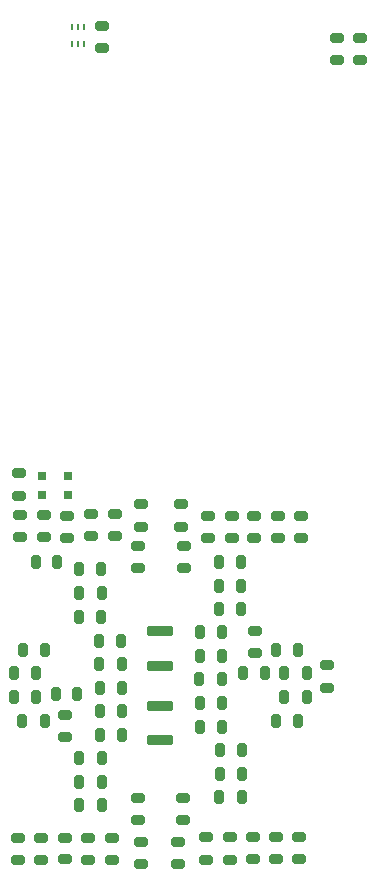
<source format=gbp>
G04 #@! TF.GenerationSoftware,KiCad,Pcbnew,8.0.1-8.0.1-1~ubuntu22.04.1*
G04 #@! TF.CreationDate,2024-04-30T21:46:32+02:00*
G04 #@! TF.ProjectId,qaxe,71617865-2e6b-4696-9361-645f70636258,rev?*
G04 #@! TF.SameCoordinates,Original*
G04 #@! TF.FileFunction,Paste,Bot*
G04 #@! TF.FilePolarity,Positive*
%FSLAX46Y46*%
G04 Gerber Fmt 4.6, Leading zero omitted, Abs format (unit mm)*
G04 Created by KiCad (PCBNEW 8.0.1-8.0.1-1~ubuntu22.04.1) date 2024-04-30 21:46:32*
%MOMM*%
%LPD*%
G01*
G04 APERTURE LIST*
G04 Aperture macros list*
%AMRoundRect*
0 Rectangle with rounded corners*
0 $1 Rounding radius*
0 $2 $3 $4 $5 $6 $7 $8 $9 X,Y pos of 4 corners*
0 Add a 4 corners polygon primitive as box body*
4,1,4,$2,$3,$4,$5,$6,$7,$8,$9,$2,$3,0*
0 Add four circle primitives for the rounded corners*
1,1,$1+$1,$2,$3*
1,1,$1+$1,$4,$5*
1,1,$1+$1,$6,$7*
1,1,$1+$1,$8,$9*
0 Add four rect primitives between the rounded corners*
20,1,$1+$1,$2,$3,$4,$5,0*
20,1,$1+$1,$4,$5,$6,$7,0*
20,1,$1+$1,$6,$7,$8,$9,0*
20,1,$1+$1,$8,$9,$2,$3,0*%
G04 Aperture macros list end*
%ADD10RoundRect,0.200000X0.200000X0.380000X-0.200000X0.380000X-0.200000X-0.380000X0.200000X-0.380000X0*%
%ADD11RoundRect,0.200000X0.380000X-0.200000X0.380000X0.200000X-0.380000X0.200000X-0.380000X-0.200000X0*%
%ADD12RoundRect,0.200000X0.360000X-0.210000X0.360000X0.210000X-0.360000X0.210000X-0.360000X-0.210000X0*%
%ADD13RoundRect,0.200000X-0.380000X0.200000X-0.380000X-0.200000X0.380000X-0.200000X0.380000X0.200000X0*%
%ADD14RoundRect,0.200000X-0.360000X0.210000X-0.360000X-0.210000X0.360000X-0.210000X0.360000X0.210000X0*%
%ADD15RoundRect,0.200000X0.210000X0.360000X-0.210000X0.360000X-0.210000X-0.360000X0.210000X-0.360000X0*%
%ADD16RoundRect,0.200000X-0.210000X-0.360000X0.210000X-0.360000X0.210000X0.360000X-0.210000X0.360000X0*%
%ADD17RoundRect,0.200000X-0.200000X-0.380000X0.200000X-0.380000X0.200000X0.380000X-0.200000X0.380000X0*%
%ADD18R,0.800000X0.720000*%
%ADD19RoundRect,0.200000X0.880000X-0.260000X0.880000X0.260000X-0.880000X0.260000X-0.880000X-0.260000X0*%
%ADD20RoundRect,0.200000X-0.880000X0.260000X-0.880000X-0.260000X0.880000X-0.260000X0.880000X0.260000X0*%
%ADD21RoundRect,0.040000X0.080000X-0.228000X0.080000X0.228000X-0.080000X0.228000X-0.080000X-0.228000X0*%
G04 APERTURE END LIST*
D10*
X91760000Y-129310000D03*
X89860000Y-129310000D03*
X106650000Y-128100000D03*
X104750000Y-128100000D03*
D11*
X101000000Y-112650000D03*
X101000000Y-110750000D03*
X96500000Y-140250000D03*
X96500000Y-138350000D03*
D12*
X103020000Y-122372500D03*
X103020000Y-120547500D03*
D13*
X93300000Y-138350000D03*
X93300000Y-140250000D03*
D10*
X91650000Y-121325000D03*
X89750000Y-121325000D03*
D14*
X102800000Y-137987500D03*
X102800000Y-139812500D03*
D13*
X90043000Y-69281000D03*
X90043000Y-71181000D03*
X104900000Y-110750000D03*
X104900000Y-112650000D03*
D14*
X86910000Y-127637500D03*
X86910000Y-129462500D03*
D15*
X87925000Y-125850000D03*
X86100000Y-125850000D03*
D10*
X90000000Y-133270000D03*
X88100000Y-133270000D03*
D13*
X88875000Y-138000000D03*
X88875000Y-139900000D03*
D11*
X83100000Y-112575000D03*
X83100000Y-110675000D03*
D16*
X101987500Y-124100000D03*
X103812500Y-124100000D03*
D17*
X105450000Y-126100000D03*
X107350000Y-126100000D03*
X99920000Y-116670000D03*
X101820000Y-116670000D03*
X99950000Y-134600000D03*
X101850000Y-134600000D03*
X100000000Y-130600000D03*
X101900000Y-130600000D03*
X99920000Y-118670000D03*
X101820000Y-118670000D03*
D10*
X84450000Y-124100000D03*
X82550000Y-124100000D03*
D13*
X93100000Y-134650000D03*
X93100000Y-136550000D03*
D11*
X100850000Y-139875000D03*
X100850000Y-137975000D03*
X104750000Y-139850000D03*
X104750000Y-137950000D03*
X109100000Y-125300000D03*
X109100000Y-123400000D03*
D10*
X91700000Y-123325000D03*
X89800000Y-123325000D03*
D14*
X86875000Y-138037500D03*
X86875000Y-139862500D03*
D17*
X83300000Y-122100000D03*
X85200000Y-122100000D03*
D11*
X98875000Y-139875000D03*
X98875000Y-137975000D03*
D17*
X83290000Y-128160000D03*
X85190000Y-128160000D03*
D10*
X91750000Y-127325000D03*
X89850000Y-127325000D03*
D13*
X93300000Y-109800000D03*
X93300000Y-111700000D03*
D17*
X98310000Y-122610000D03*
X100210000Y-122610000D03*
D10*
X89950000Y-119300000D03*
X88050000Y-119300000D03*
X90000000Y-117300000D03*
X88100000Y-117300000D03*
D11*
X96900000Y-136550000D03*
X96900000Y-134650000D03*
D13*
X83000000Y-107175000D03*
X83000000Y-109075000D03*
D11*
X106900000Y-112650000D03*
X106900000Y-110750000D03*
D17*
X98310000Y-120630000D03*
X100210000Y-120630000D03*
D14*
X87100000Y-110775000D03*
X87100000Y-112600000D03*
D13*
X91100000Y-110575000D03*
X91100000Y-112475000D03*
D17*
X98310000Y-128610000D03*
X100210000Y-128610000D03*
D11*
X98990000Y-112650000D03*
X98990000Y-110750000D03*
D18*
X84975000Y-107425000D03*
X87125000Y-107425000D03*
X87125000Y-108975000D03*
X84975000Y-108975000D03*
D17*
X99920000Y-114670000D03*
X101820000Y-114670000D03*
X100000000Y-132600000D03*
X101900000Y-132600000D03*
D10*
X106650000Y-122100000D03*
X104750000Y-122100000D03*
D15*
X86237500Y-114650000D03*
X84412500Y-114650000D03*
D19*
X94900000Y-129775000D03*
X94900000Y-126825000D03*
D12*
X111900000Y-72162500D03*
X111900000Y-70337500D03*
X102930000Y-112612500D03*
X102930000Y-110787500D03*
D11*
X84875000Y-139900000D03*
X84875000Y-138000000D03*
D13*
X82875000Y-138000000D03*
X82875000Y-139900000D03*
D10*
X91750000Y-125325000D03*
X89850000Y-125325000D03*
D12*
X109900000Y-72162500D03*
X109900000Y-70337500D03*
D10*
X90000000Y-131270000D03*
X88100000Y-131270000D03*
D20*
X94900000Y-120525000D03*
X94900000Y-123475000D03*
D21*
X88500000Y-70844000D03*
X88000000Y-70844000D03*
X87500000Y-70844000D03*
X87500000Y-69364000D03*
X88000000Y-69364000D03*
X88500000Y-69364000D03*
D10*
X90000000Y-135270000D03*
X88100000Y-135270000D03*
X89950000Y-115300000D03*
X88050000Y-115300000D03*
D13*
X106725000Y-137950000D03*
X106725000Y-139850000D03*
X89100000Y-110575000D03*
X89100000Y-112475000D03*
X90875000Y-138000000D03*
X90875000Y-139900000D03*
D17*
X98310000Y-126610000D03*
X100210000Y-126610000D03*
D11*
X97000000Y-115200000D03*
X97000000Y-113300000D03*
D13*
X85100000Y-110675000D03*
X85100000Y-112575000D03*
D17*
X105450000Y-124100000D03*
X107350000Y-124100000D03*
D13*
X93100000Y-113300000D03*
X93100000Y-115200000D03*
D11*
X96700000Y-111700000D03*
X96700000Y-109800000D03*
D17*
X98260000Y-124610000D03*
X100160000Y-124610000D03*
D10*
X84450000Y-126100000D03*
X82550000Y-126100000D03*
M02*

</source>
